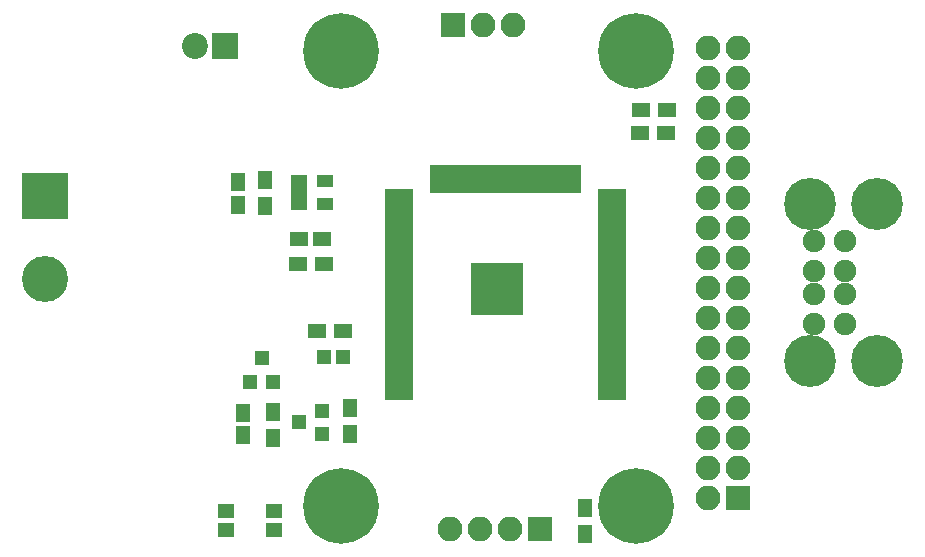
<source format=gbr>
G04 #@! TF.FileFunction,Soldermask,Bot*
%FSLAX46Y46*%
G04 Gerber Fmt 4.6, Leading zero omitted, Abs format (unit mm)*
G04 Created by KiCad (PCBNEW 4.0.6+dfsg1-1) date Wed Jul 26 09:48:40 2017*
%MOMM*%
%LPD*%
G01*
G04 APERTURE LIST*
%ADD10C,0.100000*%
%ADD11R,2.100000X2.100000*%
%ADD12O,2.100000X2.100000*%
%ADD13R,1.200000X1.300000*%
%ADD14R,1.150000X1.600000*%
%ADD15R,1.600000X1.150000*%
%ADD16R,1.200000X1.200000*%
%ADD17R,2.200000X2.200000*%
%ADD18C,2.200000*%
%ADD19C,4.400000*%
%ADD20C,1.900000*%
%ADD21R,1.400000X1.300000*%
%ADD22R,1.300000X1.200000*%
%ADD23R,1.600000X1.300000*%
%ADD24R,1.300000X1.600000*%
%ADD25R,2.400000X1.400000*%
%ADD26R,1.400000X2.400000*%
%ADD27R,4.400000X4.400000*%
%ADD28R,1.460000X1.050000*%
%ADD29C,3.900000*%
%ADD30R,3.900000X3.900000*%
%ADD31C,6.400000*%
G04 APERTURE END LIST*
D10*
D11*
X131560000Y-80250000D03*
D12*
X134100000Y-80250000D03*
X136640000Y-80250000D03*
D11*
X155638000Y-120304000D03*
D12*
X153098000Y-120304000D03*
X155638000Y-117764000D03*
X153098000Y-117764000D03*
X155638000Y-115224000D03*
X153098000Y-115224000D03*
X155638000Y-112684000D03*
X153098000Y-112684000D03*
X155638000Y-110144000D03*
X153098000Y-110144000D03*
X155638000Y-107604000D03*
X153098000Y-107604000D03*
X155638000Y-105064000D03*
X153098000Y-105064000D03*
X155638000Y-102524000D03*
X153098000Y-102524000D03*
X155638000Y-99984000D03*
X153098000Y-99984000D03*
X155638000Y-97444000D03*
X153098000Y-97444000D03*
X155638000Y-94904000D03*
X153098000Y-94904000D03*
X155638000Y-92364000D03*
X153098000Y-92364000D03*
X155638000Y-89824000D03*
X153098000Y-89824000D03*
X155638000Y-87284000D03*
X153098000Y-87284000D03*
X155638000Y-84744000D03*
X153098000Y-84744000D03*
X155638000Y-82204000D03*
X153098000Y-82204000D03*
D13*
X116280000Y-110430000D03*
X114380000Y-110430000D03*
X115330000Y-108430000D03*
D14*
X113348000Y-93554690D03*
X113348000Y-95454690D03*
D15*
X120423000Y-98329690D03*
X118523000Y-98329690D03*
D14*
X113718000Y-114959000D03*
X113718000Y-113059000D03*
D16*
X120650000Y-108360000D03*
X122250000Y-108360000D03*
D17*
X112200000Y-81975000D03*
D18*
X109660000Y-81975000D03*
D19*
X161743000Y-95384000D03*
X167443000Y-95384000D03*
X161743000Y-108684000D03*
X167443000Y-108684000D03*
D20*
X164743000Y-105534000D03*
X164743000Y-103034000D03*
X164743000Y-98534000D03*
X164743000Y-101034000D03*
X162143000Y-98534000D03*
X162143000Y-101034000D03*
X162143000Y-103034000D03*
X162143000Y-105534000D03*
D21*
X112318000Y-122959000D03*
X112318000Y-121359000D03*
X116418000Y-122959000D03*
X116418000Y-121359000D03*
D22*
X120480000Y-112930000D03*
X120480000Y-114830000D03*
X118480000Y-113880000D03*
D23*
X149650000Y-87450000D03*
X147450000Y-87450000D03*
X147388000Y-89354000D03*
X149588000Y-89354000D03*
X120058000Y-106172000D03*
X122258000Y-106172000D03*
D24*
X115623000Y-95579690D03*
X115623000Y-93379690D03*
X116260000Y-115200000D03*
X116260000Y-113000000D03*
X122830000Y-114880000D03*
X122830000Y-112680000D03*
D23*
X120575000Y-100500000D03*
X118375000Y-100500000D03*
D24*
X142725000Y-123300000D03*
X142725000Y-121100000D03*
D25*
X126973880Y-108756800D03*
X145007880Y-108728800D03*
D26*
X140435880Y-93262800D03*
X141705880Y-93262800D03*
X135355880Y-93262800D03*
X136625880Y-93262800D03*
X139165880Y-93262800D03*
X137895880Y-93262800D03*
X132815880Y-93262800D03*
X134085880Y-93262800D03*
X131545880Y-93262800D03*
X130275880Y-93262800D03*
D25*
X144991880Y-111276800D03*
X145007880Y-109998800D03*
X145007880Y-106188800D03*
X144991880Y-107466800D03*
X144991880Y-102386800D03*
X145007880Y-101108800D03*
X145007880Y-103648800D03*
X144991880Y-104926800D03*
X144991880Y-94766800D03*
X144991880Y-97306800D03*
X145007880Y-96028800D03*
X145007880Y-98568800D03*
X144991880Y-99846800D03*
X126957880Y-99846800D03*
X126973880Y-98568800D03*
X126973880Y-96028800D03*
X126957880Y-97306800D03*
X126957880Y-94766800D03*
X126957880Y-104926800D03*
X126973880Y-103648800D03*
X126973880Y-101108800D03*
X126957880Y-102386800D03*
X126957880Y-107466800D03*
X126973880Y-106188800D03*
X126973880Y-110026800D03*
X126973880Y-111296800D03*
D27*
X135300000Y-102610000D03*
D28*
X118523000Y-95379690D03*
X118523000Y-94429690D03*
X118523000Y-93479690D03*
X120723000Y-93479690D03*
X120723000Y-95379690D03*
D11*
X138938000Y-122936000D03*
D12*
X136398000Y-122936000D03*
X133858000Y-122936000D03*
X131318000Y-122936000D03*
D29*
X97000000Y-101750000D03*
D30*
X97000000Y-94750000D03*
D31*
X122075000Y-82450000D03*
X147025000Y-82450000D03*
X147025000Y-120950000D03*
X122075000Y-120950000D03*
M02*

</source>
